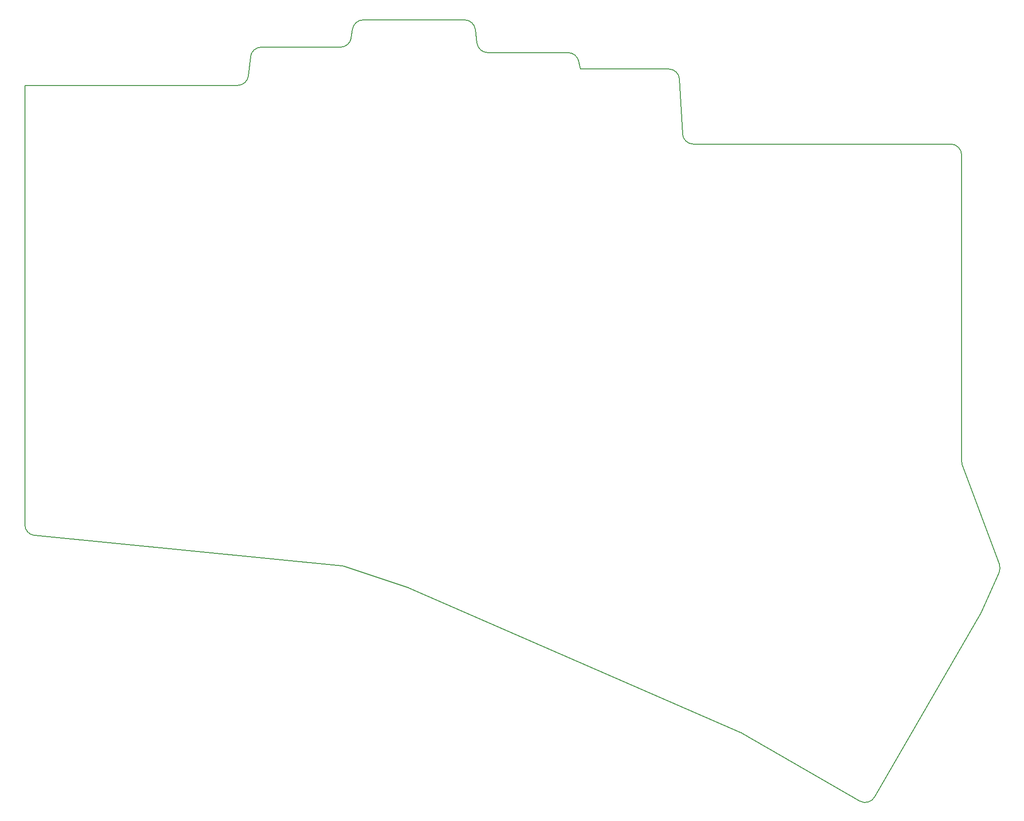
<source format=gbr>
%TF.GenerationSoftware,KiCad,Pcbnew,9.0.7*%
%TF.CreationDate,2026-01-28T22:46:33+01:00*%
%TF.ProjectId,board_left_finished,626f6172-645f-46c6-9566-745f66696e69,v1.0.0*%
%TF.SameCoordinates,Original*%
%TF.FileFunction,Profile,NP*%
%FSLAX46Y46*%
G04 Gerber Fmt 4.6, Leading zero omitted, Abs format (unit mm)*
G04 Created by KiCad (PCBNEW 9.0.7) date 2026-01-28 22:46:33*
%MOMM*%
%LPD*%
G01*
G04 APERTURE LIST*
%TA.AperFunction,Profile*%
%ADD10C,0.150000*%
%TD*%
G04 APERTURE END LIST*
D10*
X169765564Y-60500000D02*
X184438498Y-60500000D01*
X125941457Y-64713066D02*
G75*
G02*
X123952839Y-66499939I-1988557J213066D01*
G01*
X125941457Y-64713066D02*
X126308543Y-61286934D01*
X126308543Y-61286934D02*
G75*
G02*
X128297161Y-59500061I1988557J-213066D01*
G01*
X263390954Y-154227003D02*
G75*
G02*
X263341853Y-155744472I-1873854J-698897D01*
G01*
X256626080Y-136088064D02*
X263390954Y-154227003D01*
X128297161Y-59500000D02*
X142777625Y-59500000D01*
X155164990Y-158471663D02*
X143462780Y-154570927D01*
X143026795Y-154477967D02*
X86803530Y-148928031D01*
X240557101Y-196841824D02*
G75*
G02*
X237825039Y-197573895I-1732101J1000124D01*
G01*
X207393882Y-77250000D02*
G75*
G02*
X205396869Y-75358928I18J2000000D01*
G01*
X216071374Y-185028930D02*
G75*
G02*
X216271769Y-185130086I-800074J-1834070D01*
G01*
X146972375Y-54500000D02*
X165484436Y-54500000D01*
X186750100Y-63500000D02*
X202856118Y-63500000D01*
X85000000Y-146937704D02*
X85000000Y-66500000D01*
X169765564Y-60500000D02*
G75*
G02*
X167780957Y-58748076I36J2000100D01*
G01*
X144755498Y-57796681D02*
G75*
G02*
X142777625Y-59500025I-1977898J296681D01*
G01*
X204853149Y-65391071D02*
X205396851Y-75358929D01*
X186378767Y-62014868D02*
X186750100Y-63500000D01*
X143026795Y-154477967D02*
G75*
G02*
X143462776Y-154570939I-196595J-1990633D01*
G01*
X216071374Y-185028930D02*
X155332137Y-158535826D01*
X202856118Y-63500000D02*
G75*
G02*
X204853131Y-65391072I-18J-2000000D01*
G01*
X254500000Y-77250000D02*
G75*
G02*
X256500000Y-79250000I0J-2000000D01*
G01*
X263341839Y-155744466D02*
X260098852Y-162973762D01*
X237825051Y-197573875D02*
X216271771Y-185130083D01*
X144994502Y-56203319D02*
G75*
G02*
X146972375Y-54499975I1977898J-296681D01*
G01*
X144755498Y-57796681D02*
X144994502Y-56203319D01*
X86803530Y-148928031D02*
G75*
G02*
X84999996Y-146937704I196470J1990331D01*
G01*
X155164990Y-158471663D02*
G75*
G02*
X155332138Y-158535824I-632690J-1898037D01*
G01*
X256626080Y-136088064D02*
G75*
G02*
X256500010Y-135389190I1874020J698864D01*
G01*
X260098852Y-162973762D02*
G75*
G02*
X260006098Y-163155174I-1824552J818462D01*
G01*
X167468991Y-56251931D02*
X167781009Y-58748069D01*
X256500000Y-79250000D02*
X256500000Y-135389190D01*
X207393882Y-77250000D02*
X254500000Y-77250000D01*
X85000000Y-66500000D02*
X123952839Y-66500000D01*
X260006098Y-163155174D02*
X240557101Y-196841824D01*
X184438498Y-60500000D02*
G75*
G02*
X186378770Y-62014867I2J-2000000D01*
G01*
X165484436Y-54500000D02*
G75*
G02*
X167469043Y-56251924I-36J-2000100D01*
G01*
M02*

</source>
